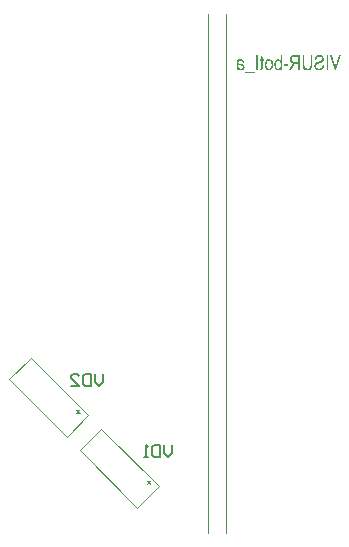
<source format=gbo>
G04*
G04 #@! TF.GenerationSoftware,Altium Limited,Altium Designer,20.1.8 (145)*
G04*
G04 Layer_Color=32896*
%FSTAX43Y43*%
%MOMM*%
G71*
G04*
G04 #@! TF.SameCoordinates,DCFB0F7C-07F7-4DEC-9F4C-8A45A990D123*
G04*
G04*
G04 #@! TF.FilePolarity,Positive*
G04*
G01*
G75*
%ADD26C,0.100*%
%ADD27C,0.200*%
G36*
X01005Y009222D02*
X0100382D01*
Y0092335D01*
X0100367Y0092311D01*
X0100352Y0092291D01*
X0100337Y0092272D01*
X0100322Y0092259D01*
X0100311Y0092248D01*
X0100302Y0092239D01*
X0100295Y0092235D01*
X0100293Y0092233D01*
X0100272Y0092222D01*
X0100252Y0092215D01*
X0100232Y0092207D01*
X0100213Y0092204D01*
X0100198Y0092202D01*
X0100185Y00922D01*
X0100174D01*
X010015Y0092202D01*
X0100128Y0092206D01*
X0100106Y0092211D01*
X0100083Y009222D01*
X0100045Y0092241D01*
X0100011Y0092263D01*
X0099983Y0092287D01*
X0099972Y0092296D01*
X0099963Y0092306D01*
X0099956Y0092315D01*
X009995Y009232D01*
X0099948Y0092324D01*
X0099946Y0092326D01*
X009993Y009235D01*
X0099913Y0092378D01*
X00999Y0092406D01*
X0099889Y0092435D01*
X0099872Y0092494D01*
X0099861Y0092554D01*
X0099856Y009258D01*
X0099854Y0092605D01*
X0099852Y0092628D01*
X009985Y0092646D01*
X0099848Y0092663D01*
Y0092674D01*
Y0092683D01*
Y0092685D01*
X009985Y0092741D01*
X0099856Y0092791D01*
X0099863Y0092833D01*
X009987Y0092872D01*
X0099874Y0092889D01*
X0099878Y0092902D01*
X0099882Y0092915D01*
X0099885Y0092926D01*
X0099889Y0092933D01*
X0099891Y0092939D01*
X0099893Y0092942D01*
Y0092944D01*
X0099909Y0092981D01*
X0099928Y0093015D01*
X0099948Y0093042D01*
X0099967Y0093065D01*
X0099982Y0093081D01*
X0099996Y0093094D01*
X0100004Y0093102D01*
X0100007Y0093104D01*
X0100035Y0093122D01*
X0100063Y0093135D01*
X0100089Y0093144D01*
X0100115Y009315D01*
X0100135Y0093155D01*
X0100152Y0093157D01*
X0100167D01*
X0100189Y0093155D01*
X0100211Y0093152D01*
X0100232Y0093148D01*
X0100248Y0093142D01*
X0100261Y0093135D01*
X0100272Y0093131D01*
X010028Y0093128D01*
X0100282Y0093126D01*
X01003Y0093113D01*
X0100317Y0093098D01*
X0100333Y0093083D01*
X0100346Y0093068D01*
X0100357Y0093054D01*
X0100365Y0093042D01*
X010037Y0093035D01*
X0100372Y0093033D01*
Y0093485D01*
X01005D01*
Y009222D01*
D02*
G37*
G36*
X0097012Y0093154D02*
X0097058Y0093146D01*
X0097099Y0093135D01*
X0097132Y0093124D01*
X0097158Y0093111D01*
X0097176Y00931D01*
X0097182Y0093094D01*
X0097187Y0093092D01*
X0097189Y0093089D01*
X0097191D01*
X0097206Y0093076D01*
X0097219Y0093061D01*
X0097243Y0093028D01*
X0097261Y0092992D01*
X0097274Y0092957D01*
X0097286Y0092926D01*
X0097289Y0092911D01*
X0097293Y00929D01*
X0097295Y0092891D01*
X0097297Y0092881D01*
X0097299Y0092878D01*
Y0092876D01*
X0097173Y0092854D01*
X0097163Y0092889D01*
X0097154Y0092918D01*
X0097143Y0092942D01*
X0097134Y0092961D01*
X0097124Y0092976D01*
X0097117Y0092985D01*
X0097112Y0092991D01*
X009711Y0092992D01*
X0097091Y0093005D01*
X0097071Y0093015D01*
X0097049Y009302D01*
X0097026Y0093026D01*
X0097006Y0093028D01*
X0096991Y009303D01*
X0096976D01*
X0096941Y0093028D01*
X0096912Y009302D01*
X0096887Y0093013D01*
X0096867Y0093002D01*
X0096852Y0092992D01*
X0096841Y0092983D01*
X0096834Y0092976D01*
X0096832Y0092974D01*
X0096821Y0092957D01*
X0096812Y0092937D01*
X0096806Y0092915D01*
X00968Y0092893D01*
X0096799Y0092872D01*
X0096797Y0092855D01*
Y0092844D01*
Y0092842D01*
Y0092841D01*
X0096799Y0092802D01*
X0096813Y0092796D01*
X0096828Y0092791D01*
X0096865Y009278D01*
X0096902Y009277D01*
X0096939Y0092761D01*
X0096973Y0092755D01*
X0096987Y0092752D01*
X0097Y009275D01*
X0097012Y0092748D01*
X0097019D01*
X0097024Y0092746D01*
X0097026D01*
X0097067Y0092739D01*
X0097102Y0092731D01*
X0097132Y0092722D01*
X0097158Y0092715D01*
X0097176Y0092707D01*
X0097189Y00927D01*
X0097199Y0092696D01*
X00972Y0092694D01*
X0097221Y0092681D01*
X0097237Y0092665D01*
X0097252Y009265D01*
X0097265Y0092635D01*
X0097276Y009262D01*
X0097284Y0092609D01*
X0097287Y0092602D01*
X0097289Y00926D01*
X00973Y0092576D01*
X0097308Y0092552D01*
X0097313Y0092528D01*
X0097317Y0092507D01*
X0097319Y0092487D01*
X0097321Y0092472D01*
Y0092463D01*
Y0092461D01*
Y0092459D01*
X0097317Y0092417D01*
X009731Y009238D01*
X0097299Y0092348D01*
X0097286Y009232D01*
X0097274Y0092298D01*
X0097263Y0092283D01*
X0097256Y0092274D01*
X0097252Y009227D01*
X0097224Y0092246D01*
X0097193Y009223D01*
X0097161Y0092217D01*
X0097132Y0092209D01*
X0097106Y0092204D01*
X0097084Y0092202D01*
X0097076Y00922D01*
X0097065D01*
X0097037Y0092202D01*
X0097012Y0092206D01*
X0096987Y0092211D01*
X0096965Y0092217D01*
X0096949Y0092222D01*
X0096934Y0092228D01*
X0096926Y0092231D01*
X0096923Y0092233D01*
X0096897Y0092248D01*
X0096873Y0092263D01*
X0096849Y009228D01*
X0096828Y0092296D01*
X0096812Y0092311D01*
X0096799Y0092322D01*
X0096791Y009233D01*
X0096787Y0092333D01*
X0096786Y0092309D01*
X0096782Y0092287D01*
X0096776Y0092268D01*
X0096773Y0092252D01*
X0096769Y0092239D01*
X0096765Y009223D01*
X0096762Y0092222D01*
Y009222D01*
X0096628D01*
X0096645Y0092259D01*
X009665Y0092278D01*
X0096654Y0092294D01*
X0096658Y0092307D01*
X009666Y0092318D01*
X0096662Y0092326D01*
Y0092328D01*
X0096663Y0092341D01*
Y0092356D01*
X0096665Y0092374D01*
Y0092394D01*
X0096667Y0092441D01*
Y0092487D01*
X0096669Y0092531D01*
Y0092552D01*
Y0092568D01*
Y0092583D01*
Y0092594D01*
Y0092602D01*
Y0092604D01*
Y0092811D01*
Y0092855D01*
X0096673Y0092894D01*
X0096675Y0092928D01*
X0096678Y0092954D01*
X0096682Y0092974D01*
X0096684Y0092991D01*
X0096687Y0092998D01*
Y0093002D01*
X0096697Y0093026D01*
X0096708Y0093048D01*
X0096723Y0093067D01*
X0096737Y0093083D01*
X009675Y0093096D01*
X0096762Y0093105D01*
X0096769Y0093111D01*
X0096773Y0093113D01*
X00968Y0093128D01*
X009683Y0093139D01*
X009686Y0093146D01*
X0096889Y0093152D01*
X0096917Y0093155D01*
X0096937Y0093157D01*
X0096958D01*
X0097012Y0093154D01*
D02*
G37*
G36*
X010103Y00926D02*
X0100639D01*
Y0092755D01*
X010103D01*
Y00926D01*
D02*
G37*
G36*
X0105098Y009222D02*
X0104955D01*
X010455Y0093485D01*
X0104688D01*
X010497Y0092565D01*
X0104981Y0092526D01*
X0104992Y0092489D01*
X0105001Y0092456D01*
X0105009Y0092424D01*
X0105016Y0092398D01*
X0105022Y0092378D01*
X0105024Y009237D01*
Y0092365D01*
X0105025Y0092361D01*
Y0092359D01*
X0105035Y0092396D01*
X0105044Y0092433D01*
X0105053Y0092468D01*
X0105061Y00925D01*
X0105068Y0092526D01*
X0105074Y0092546D01*
X0105075Y0092554D01*
X0105077Y0092559D01*
X0105079Y0092563D01*
Y0092565D01*
X010535Y0093485D01*
X01055D01*
X0105098Y009222D01*
D02*
G37*
G36*
X0103057Y0092754D02*
X0103055Y0092698D01*
X0103053Y0092646D01*
X0103048Y00926D01*
X0103042Y0092555D01*
X0103033Y0092517D01*
X0103026Y0092481D01*
X0103016Y009245D01*
X0103007Y0092422D01*
X0102998Y0092398D01*
X0102989Y0092378D01*
X0102979Y0092359D01*
X0102972Y0092346D01*
X0102966Y0092335D01*
X0102961Y0092328D01*
X0102959Y0092324D01*
X0102957Y0092322D01*
X0102937Y00923D01*
X0102915Y0092281D01*
X0102891Y0092265D01*
X0102866Y0092252D01*
X0102841Y0092239D01*
X0102815Y009223D01*
X0102765Y0092215D01*
X0102742Y0092211D01*
X010272Y0092207D01*
X01027Y0092204D01*
X0102683Y0092202D01*
X010267Y00922D01*
X010265D01*
X0102598Y0092204D01*
X0102552Y0092211D01*
X0102511Y009222D01*
X0102476Y0092233D01*
X0102448Y0092246D01*
X0102437Y0092252D01*
X0102428Y0092256D01*
X010242Y0092261D01*
X0102415Y0092263D01*
X0102413Y0092267D01*
X0102411D01*
X0102378Y0092294D01*
X0102352Y0092324D01*
X0102328Y0092356D01*
X0102311Y0092385D01*
X0102298Y0092411D01*
X0102289Y0092433D01*
X0102285Y0092441D01*
X0102283Y0092446D01*
X0102281Y009245D01*
Y0092452D01*
X0102268Y0092498D01*
X0102259Y009255D01*
X0102254Y00926D01*
X0102248Y0092648D01*
Y0092668D01*
X0102246Y0092689D01*
Y0092707D01*
X0102244Y0092724D01*
Y0092735D01*
Y0092746D01*
Y0092752D01*
Y0092754D01*
Y0093485D01*
X0102381D01*
Y0092755D01*
Y0092713D01*
X0102385Y0092674D01*
X0102387Y0092637D01*
X0102392Y0092604D01*
X0102396Y0092576D01*
X0102402Y0092548D01*
X0102409Y0092526D01*
X0102415Y0092506D01*
X010242Y0092487D01*
X0102428Y0092472D01*
X0102433Y0092459D01*
X0102437Y009245D01*
X0102442Y0092443D01*
X0102444Y0092437D01*
X0102448Y0092435D01*
Y0092433D01*
X0102461Y0092418D01*
X0102476Y0092407D01*
X0102509Y0092387D01*
X0102544Y0092372D01*
X0102578Y0092363D01*
X0102609Y0092356D01*
X0102624Y0092354D01*
X0102635D01*
X0102646Y0092352D01*
X0102659D01*
X0102691Y0092354D01*
X0102718Y0092357D01*
X0102744Y0092365D01*
X0102766Y0092372D01*
X0102783Y0092378D01*
X0102796Y0092385D01*
X0102803Y0092389D01*
X0102807Y0092391D01*
X0102828Y0092407D01*
X0102846Y0092426D01*
X0102861Y0092446D01*
X0102874Y0092465D01*
X0102883Y0092481D01*
X0102889Y0092494D01*
X0102892Y0092504D01*
X0102894Y0092507D01*
X0102898Y0092522D01*
X0102903Y0092541D01*
X0102909Y009258D01*
X0102915Y009262D01*
X0102916Y0092661D01*
X0102918Y0092698D01*
X010292Y0092713D01*
Y0092728D01*
Y0092739D01*
Y0092748D01*
Y0092754D01*
Y0092755D01*
Y0093485D01*
X0103057D01*
Y0092754D01*
D02*
G37*
G36*
X0098861Y0093365D02*
Y0093137D01*
X0098954D01*
Y0093017D01*
X0098861D01*
Y0092487D01*
Y0092463D01*
Y0092441D01*
X0098859Y0092418D01*
Y00924D01*
X0098858Y0092383D01*
X0098856Y0092368D01*
X0098854Y0092344D01*
X009885Y0092326D01*
X0098848Y0092313D01*
X0098846Y0092306D01*
Y0092304D01*
X0098839Y0092289D01*
X0098832Y0092274D01*
X0098822Y0092261D01*
X0098813Y0092252D01*
X0098806Y0092244D01*
X0098798Y0092239D01*
X0098795Y0092235D01*
X0098793Y0092233D01*
X0098776Y0092224D01*
X0098759Y0092218D01*
X0098741Y0092213D01*
X0098724Y0092211D01*
X0098709Y0092209D01*
X0098697Y0092207D01*
X0098685D01*
X0098654Y0092209D01*
X0098637Y0092211D01*
X0098622Y0092215D01*
X0098609Y0092217D01*
X00986Y0092218D01*
X0098593Y009222D01*
X0098591D01*
X0098608Y0092357D01*
X0098632Y0092354D01*
X009865Y0092352D01*
X0098665D01*
X009868Y0092354D01*
X0098693Y0092357D01*
X0098704Y0092361D01*
X0098711Y0092367D01*
X0098717Y0092372D01*
X0098721Y0092378D01*
X0098724Y009238D01*
Y0092381D01*
X0098728Y0092393D01*
X009873Y0092406D01*
X0098734Y0092422D01*
Y0092439D01*
X0098735Y0092454D01*
Y0092467D01*
Y0092474D01*
Y0092478D01*
Y0093017D01*
X0098608D01*
Y0093137D01*
X0098735D01*
Y0093457D01*
X0098861Y0093365D01*
D02*
G37*
G36*
X01044Y009222D02*
X0104263D01*
Y0093485D01*
X01044D01*
Y009222D01*
D02*
G37*
G36*
X0102011D02*
X0101874D01*
Y0092781D01*
X0101692D01*
X010167Y0092778D01*
X0101652Y0092776D01*
X0101637Y0092772D01*
X0101626Y0092768D01*
X0101617Y0092765D01*
X0101611Y0092763D01*
X0101609Y0092761D01*
X0101594Y0092752D01*
X010158Y0092743D01*
X0101555Y0092718D01*
X0101544Y0092707D01*
X0101537Y0092698D01*
X0101531Y0092691D01*
X010153Y0092689D01*
X0101522Y0092678D01*
X0101513Y0092665D01*
X0101494Y0092635D01*
X0101474Y00926D01*
X0101454Y0092567D01*
X0101437Y0092533D01*
X010143Y0092518D01*
X0101422Y0092507D01*
X0101417Y0092496D01*
X0101413Y0092489D01*
X0101409Y0092483D01*
Y0092481D01*
X010127Y009222D01*
X0101096D01*
X0101278Y0092563D01*
X0101296Y0092596D01*
X0101315Y0092626D01*
X0101333Y0092654D01*
X010135Y0092678D01*
X0101365Y0092696D01*
X0101376Y0092711D01*
X0101383Y009272D01*
X0101387Y0092724D01*
X01014Y0092737D01*
X0101413Y009275D01*
X0101441Y0092772D01*
X0101454Y0092781D01*
X0101463Y0092789D01*
X010147Y0092793D01*
X0101472Y0092794D01*
X0101422Y0092805D01*
X010138Y0092822D01*
X0101343Y0092841D01*
X0101311Y0092859D01*
X0101289Y0092878D01*
X010127Y0092893D01*
X0101261Y0092904D01*
X0101257Y0092905D01*
Y0092907D01*
X0101231Y0092942D01*
X0101213Y0092981D01*
X01012Y009302D01*
X0101191Y0093057D01*
X0101185Y0093089D01*
X0101183Y0093104D01*
Y0093115D01*
X0101181Y0093126D01*
Y0093133D01*
Y0093137D01*
Y0093139D01*
X0101183Y0093178D01*
X0101189Y0093215D01*
X0101196Y0093248D01*
X0101204Y0093276D01*
X0101211Y0093298D01*
X0101218Y0093315D01*
X0101224Y0093326D01*
X0101226Y0093329D01*
X0101243Y0093359D01*
X0101263Y0093383D01*
X0101281Y0093404D01*
X0101298Y009342D01*
X0101315Y0093433D01*
X0101328Y0093441D01*
X0101335Y0093446D01*
X0101339Y0093448D01*
X0101368Y0093461D01*
X0101402Y009347D01*
X0101437Y0093476D01*
X010147Y0093481D01*
X0101502Y0093483D01*
X0101517D01*
X0101528Y0093485D01*
X0102011D01*
Y009222D01*
D02*
G37*
G36*
X0098441D02*
X0098304D01*
Y0093485D01*
X0098441D01*
Y009222D01*
D02*
G37*
G36*
X0103696Y0093505D02*
X0103724Y0093504D01*
X0103777Y0093492D01*
X0103802Y0093485D01*
X0103824Y0093476D01*
X0103844Y0093467D01*
X0103863Y0093459D01*
X0103877Y009345D01*
X0103892Y0093441D01*
X0103905Y0093431D01*
X0103914Y0093424D01*
X0103922Y0093418D01*
X0103927Y0093413D01*
X0103931Y0093411D01*
X0103933Y0093409D01*
X010395Y0093391D01*
X0103964Y009337D01*
X0103979Y009335D01*
X010399Y0093329D01*
X0104007Y0093287D01*
X0104018Y0093248D01*
X0104026Y0093213D01*
X0104027Y0093198D01*
X0104029Y0093185D01*
X0104031Y0093174D01*
Y0093167D01*
Y0093161D01*
Y0093159D01*
X0104029Y0093128D01*
X0104026Y0093098D01*
X010402Y0093072D01*
X0104014Y0093048D01*
X0104009Y009303D01*
X0104003Y0093017D01*
X0104Y0093007D01*
X0103998Y0093004D01*
X0103983Y009298D01*
X0103968Y0092957D01*
X0103952Y0092939D01*
X0103937Y0092924D01*
X0103922Y0092911D01*
X0103911Y00929D01*
X0103903Y0092894D01*
X0103902Y0092893D01*
X0103889Y0092885D01*
X0103874Y0092876D01*
X0103842Y0092861D01*
X0103807Y0092846D01*
X0103774Y0092833D01*
X0103742Y0092822D01*
X0103727Y0092817D01*
X0103716Y0092813D01*
X0103705Y0092809D01*
X0103698Y0092807D01*
X0103694Y0092805D01*
X0103692D01*
X0103663Y0092796D01*
X0103635Y0092789D01*
X0103611Y0092781D01*
X0103589Y0092774D01*
X010357Y0092767D01*
X0103552Y0092761D01*
X0103537Y0092755D01*
X0103524Y009275D01*
X0103511Y0092744D01*
X0103502Y0092741D01*
X0103489Y0092735D01*
X0103479Y0092731D01*
X0103478Y009273D01*
X0103459Y0092718D01*
X0103444Y0092707D01*
X0103431Y0092696D01*
X0103422Y0092685D01*
X0103415Y0092676D01*
X0103407Y0092668D01*
X0103405Y0092663D01*
X0103403Y0092661D01*
X0103394Y0092644D01*
X0103389Y009263D01*
X0103383Y0092613D01*
X0103381Y0092598D01*
X0103379Y0092585D01*
X0103378Y0092574D01*
Y0092567D01*
Y0092565D01*
X0103381Y0092531D01*
X0103389Y0092502D01*
X01034Y0092474D01*
X0103411Y0092452D01*
X0103424Y0092435D01*
X0103435Y0092422D01*
X0103442Y0092415D01*
X0103446Y0092411D01*
X0103474Y0092391D01*
X0103505Y0092378D01*
X0103537Y0092367D01*
X0103566Y0092359D01*
X0103594Y0092356D01*
X0103616Y0092354D01*
X0103626Y0092352D01*
X0103637D01*
X0103668Y0092354D01*
X0103696Y0092357D01*
X0103722Y0092363D01*
X0103746Y009237D01*
X0103765Y0092376D01*
X0103777Y0092381D01*
X0103787Y0092385D01*
X010379Y0092387D01*
X0103815Y0092402D01*
X0103835Y0092417D01*
X0103853Y0092431D01*
X0103868Y0092446D01*
X0103881Y0092459D01*
X0103889Y009247D01*
X0103894Y0092478D01*
X0103896Y009248D01*
X0103909Y0092504D01*
X0103918Y009253D01*
X0103927Y0092555D01*
X0103933Y0092583D01*
X0103937Y0092605D01*
X010394Y0092626D01*
Y0092633D01*
X0103942Y0092639D01*
Y0092641D01*
Y0092643D01*
X010407Y009263D01*
X0104068Y0092593D01*
X0104064Y0092559D01*
X0104057Y0092528D01*
X010405Y0092496D01*
X010404Y0092468D01*
X0104031Y0092443D01*
X0104022Y0092418D01*
X0104011Y0092398D01*
X0104Y009238D01*
X0103989Y0092363D01*
X0103979Y0092348D01*
X0103972Y0092337D01*
X0103964Y0092328D01*
X0103959Y009232D01*
X0103955Y0092317D01*
X0103953Y0092315D01*
X0103931Y0092294D01*
X0103907Y0092278D01*
X0103883Y0092261D01*
X0103857Y0092248D01*
X0103831Y0092237D01*
X0103805Y0092228D01*
X0103757Y0092215D01*
X0103733Y0092209D01*
X0103713Y0092206D01*
X0103694Y0092204D01*
X0103677Y0092202D01*
X0103665Y00922D01*
X0103646D01*
X0103602Y0092202D01*
X0103561Y0092207D01*
X0103524Y0092215D01*
X0103494Y0092224D01*
X0103468Y0092231D01*
X010345Y0092239D01*
X0103444Y0092243D01*
X0103439Y0092244D01*
X0103437Y0092246D01*
X0103435D01*
X0103403Y0092265D01*
X0103376Y0092287D01*
X0103352Y0092309D01*
X0103331Y0092331D01*
X0103316Y0092352D01*
X0103305Y0092367D01*
X0103298Y0092378D01*
X0103296Y009238D01*
Y0092381D01*
X0103279Y0092415D01*
X0103266Y009245D01*
X0103257Y0092483D01*
X010325Y0092515D01*
X0103246Y0092541D01*
X0103244Y0092561D01*
Y0092568D01*
Y0092574D01*
Y0092578D01*
Y009258D01*
X0103246Y0092618D01*
X0103252Y0092655D01*
X0103261Y0092687D01*
X0103268Y0092715D01*
X0103278Y0092737D01*
X0103287Y0092754D01*
X0103292Y0092763D01*
X0103294Y0092767D01*
X0103315Y0092794D01*
X0103337Y009282D01*
X0103361Y0092842D01*
X0103383Y0092861D01*
X0103403Y0092876D01*
X0103422Y0092885D01*
X0103433Y0092893D01*
X0103435Y0092894D01*
X0103437D01*
X010345Y00929D01*
X0103465Y0092907D01*
X0103498Y0092918D01*
X0103533Y0092931D01*
X0103568Y0092942D01*
X0103602Y0092954D01*
X0103616Y0092957D01*
X0103627Y0092961D01*
X0103639Y0092965D01*
X0103646Y0092967D01*
X0103652Y0092968D01*
X0103653D01*
X0103681Y0092976D01*
X0103707Y0092985D01*
X0103731Y0092992D01*
X0103752Y0093D01*
X010377Y0093007D01*
X0103787Y0093015D01*
X0103802Y009302D01*
X0103813Y0093028D01*
X0103833Y0093039D01*
X0103846Y0093046D01*
X0103853Y0093052D01*
X0103855Y0093054D01*
X010387Y009307D01*
X0103881Y0093091D01*
X0103889Y0093109D01*
X0103894Y009313D01*
X0103898Y0093146D01*
X01039Y0093159D01*
Y0093168D01*
Y0093172D01*
X0103898Y0093202D01*
X010389Y0093228D01*
X0103881Y009325D01*
X0103868Y009327D01*
X0103857Y0093285D01*
X0103848Y0093296D01*
X010384Y0093304D01*
X0103839Y0093305D01*
X0103813Y0093324D01*
X0103785Y0093337D01*
X0103755Y0093346D01*
X0103727Y0093352D01*
X0103702Y0093357D01*
X0103679Y0093359D01*
X0103661D01*
X010362Y0093357D01*
X0103585Y009335D01*
X0103553Y0093341D01*
X0103529Y0093329D01*
X0103509Y0093317D01*
X0103494Y0093307D01*
X0103487Y00933D01*
X0103483Y0093298D01*
X0103461Y0093274D01*
X0103444Y0093244D01*
X0103431Y0093215D01*
X010342Y0093185D01*
X0103415Y0093159D01*
X0103409Y0093137D01*
Y0093128D01*
X0103407Y0093122D01*
Y0093118D01*
Y0093117D01*
X0103276Y009313D01*
X0103279Y009317D01*
X0103285Y0093209D01*
X0103294Y0093242D01*
X0103303Y0093272D01*
X0103313Y0093296D01*
X010332Y0093315D01*
X0103326Y0093326D01*
X0103328Y0093328D01*
Y0093329D01*
X0103348Y0093359D01*
X0103368Y0093387D01*
X010339Y0093409D01*
X0103413Y0093428D01*
X0103433Y0093442D01*
X0103448Y0093452D01*
X0103459Y0093459D01*
X0103461Y0093461D01*
X0103463D01*
X0103496Y0093476D01*
X0103531Y0093487D01*
X0103565Y0093496D01*
X0103596Y0093502D01*
X0103624Y0093505D01*
X0103635D01*
X0103646Y0093507D01*
X0103665D01*
X0103696Y0093505D01*
D02*
G37*
G36*
X0099419Y0093155D02*
X0099446Y0093152D01*
X0099471Y0093146D01*
X0099495Y0093139D01*
X0099539Y0093118D01*
X0099576Y0093096D01*
X0099591Y0093085D01*
X0099606Y0093074D01*
X0099617Y0093063D01*
X0099626Y0093054D01*
X0099633Y0093046D01*
X0099639Y0093041D01*
X0099643Y0093037D01*
X0099645Y0093035D01*
X0099661Y0093011D01*
X0099676Y0092985D01*
X0099691Y0092957D01*
X0099702Y0092928D01*
X0099719Y0092868D01*
X009973Y0092811D01*
X0099735Y0092785D01*
X0099737Y0092759D01*
X0099739Y0092737D01*
X0099741Y0092717D01*
X0099743Y00927D01*
Y0092689D01*
Y009268D01*
Y0092678D01*
X0099741Y0092635D01*
X0099739Y0092594D01*
X0099733Y0092557D01*
X0099728Y0092522D01*
X0099719Y0092491D01*
X0099711Y0092461D01*
X0099702Y0092433D01*
X0099693Y0092411D01*
X0099683Y0092389D01*
X0099674Y009237D01*
X0099665Y0092356D01*
X0099658Y0092343D01*
X0099652Y0092333D01*
X0099646Y0092326D01*
X0099645Y0092322D01*
X0099643Y009232D01*
X0099624Y00923D01*
X0099604Y0092281D01*
X0099582Y0092265D01*
X0099561Y009225D01*
X0099539Y0092239D01*
X0099519Y009223D01*
X009948Y0092215D01*
X0099445Y0092206D01*
X009943Y0092204D01*
X0099417Y0092202D01*
X0099406Y00922D01*
X0099391D01*
X0099363Y0092202D01*
X0099337Y0092206D01*
X0099311Y0092211D01*
X0099287Y0092218D01*
X0099245Y0092239D01*
X0099208Y0092261D01*
X0099193Y0092272D01*
X0099178Y0092281D01*
X0099167Y0092293D01*
X0099158Y0092302D01*
X0099148Y0092309D01*
X0099143Y0092315D01*
X0099141Y0092318D01*
X0099139Y009232D01*
X0099121Y0092344D01*
X0099106Y009237D01*
X0099093Y0092398D01*
X0099082Y0092428D01*
X0099063Y0092489D01*
X0099052Y0092548D01*
X0099046Y0092576D01*
X0099045Y0092604D01*
X0099043Y0092626D01*
X0099041Y0092646D01*
X0099039Y0092663D01*
Y0092676D01*
Y0092685D01*
Y0092687D01*
X0099041Y0092728D01*
X0099043Y0092767D01*
X0099048Y0092804D01*
X0099056Y0092837D01*
X0099063Y0092868D01*
X0099071Y0092898D01*
X009908Y0092924D01*
X0099089Y0092946D01*
X00991Y0092967D01*
X0099109Y0092985D01*
X0099117Y0093D01*
X0099124Y0093013D01*
X0099132Y0093022D01*
X0099137Y009303D01*
X0099139Y0093033D01*
X0099141Y0093035D01*
X0099159Y0093057D01*
X009918Y0093076D01*
X00992Y0093092D01*
X0099222Y0093105D01*
X0099243Y0093118D01*
X0099263Y0093128D01*
X0099304Y0093142D01*
X0099337Y0093152D01*
X0099354Y0093154D01*
X0099365Y0093155D01*
X0099376Y0093157D01*
X0099391D01*
X0099419Y0093155D01*
D02*
G37*
G36*
X0098187Y0092D02*
X0097363D01*
Y0092089D01*
X0098187D01*
Y0092D01*
D02*
G37*
G36*
X0083238Y0063388D02*
X0083355Y0063505D01*
X0083434Y0063426D01*
X0083317Y0063308D01*
X0083435Y006319D01*
X0083354Y0063109D01*
X0083236Y0063227D01*
X0083119Y006311D01*
X008304Y0063189D01*
X0083157Y0063307D01*
X0083038Y0063426D01*
X0083119Y0063507D01*
X0083238Y0063388D01*
D02*
G37*
G36*
X0089238Y0057388D02*
X0089355Y0057505D01*
X0089434Y0057426D01*
X0089317Y0057308D01*
X0089435Y005719D01*
X0089354Y0057109D01*
X0089236Y0057227D01*
X0089119Y005711D01*
X008904Y0057189D01*
X0089157Y0057307D01*
X0089038Y0057426D01*
X0089119Y0057507D01*
X0089238Y0057388D01*
D02*
G37*
%LPC*%
G36*
X0100185Y009303D02*
X0100167D01*
X010015Y0093026D01*
X0100122Y0093017D01*
X0100098Y0093002D01*
X0100078Y0092987D01*
X0100061Y0092972D01*
X0100048Y0092957D01*
X0100039Y0092948D01*
X0100037Y0092946D01*
Y0092944D01*
X0100026Y0092928D01*
X0100017Y0092909D01*
X0100002Y0092867D01*
X0099993Y0092824D01*
X0099985Y009278D01*
X0099982Y0092741D01*
X009998Y0092724D01*
X0099978Y0092709D01*
Y0092696D01*
Y0092687D01*
Y0092681D01*
Y009268D01*
Y0092648D01*
X009998Y0092618D01*
X0099983Y0092591D01*
X0099987Y0092565D01*
X0099993Y0092541D01*
X0099996Y0092518D01*
X0100002Y0092498D01*
X0100007Y0092481D01*
X0100015Y0092467D01*
X010002Y0092452D01*
X0100024Y0092441D01*
X010003Y0092431D01*
X0100033Y0092424D01*
X0100037Y0092418D01*
X0100039Y0092417D01*
Y0092415D01*
X010005Y00924D01*
X0100063Y0092387D01*
X0100087Y0092365D01*
X0100111Y009235D01*
X0100132Y0092339D01*
X0100152Y0092333D01*
X0100167Y009233D01*
X0100176Y0092328D01*
X010018D01*
X01002Y009233D01*
X010022Y0092333D01*
X0100239Y0092339D01*
X0100254Y0092346D01*
X0100267Y0092354D01*
X0100276Y0092359D01*
X0100283Y0092363D01*
X0100285Y0092365D01*
X0100302Y009238D01*
X0100317Y0092398D01*
X0100328Y0092415D01*
X0100339Y0092433D01*
X0100346Y0092448D01*
X0100352Y0092461D01*
X0100356Y0092468D01*
X0100357Y0092472D01*
X0100367Y0092502D01*
X0100372Y0092535D01*
X0100378Y009257D01*
X010038Y0092605D01*
X0100382Y0092637D01*
X0100383Y009265D01*
Y0092661D01*
Y0092672D01*
Y009268D01*
Y0092683D01*
Y0092685D01*
Y0092715D01*
X0100382Y0092744D01*
X0100378Y009277D01*
X0100374Y0092796D01*
X0100369Y0092818D01*
X0100365Y0092839D01*
X0100359Y0092859D01*
X0100352Y0092876D01*
X0100346Y0092891D01*
X0100341Y0092904D01*
X0100337Y0092915D01*
X0100332Y0092924D01*
X0100328Y0092931D01*
X0100324Y0092937D01*
X0100322Y0092939D01*
Y0092941D01*
X0100311Y0092955D01*
X0100298Y009297D01*
X0100274Y0092992D01*
X010025Y0093007D01*
X010023Y0093018D01*
X0100209Y0093026D01*
X0100195Y0093028D01*
X0100185Y009303D01*
D02*
G37*
G36*
X0096799Y009268D02*
Y0092622D01*
X00968Y0092583D01*
X0096802Y0092548D01*
X0096808Y0092518D01*
X0096812Y0092494D01*
X0096817Y0092474D01*
X0096823Y0092461D01*
X0096824Y0092454D01*
X0096826Y009245D01*
X0096837Y009243D01*
X009685Y0092411D01*
X0096865Y0092396D01*
X0096878Y0092381D01*
X0096891Y0092372D01*
X00969Y0092363D01*
X0096908Y0092359D01*
X009691Y0092357D01*
X009693Y0092346D01*
X0096952Y0092337D01*
X0096973Y0092331D01*
X0096993Y0092326D01*
X009701Y0092324D01*
X0097023Y0092322D01*
X0097034D01*
X009706Y0092324D01*
X0097082Y0092328D01*
X00971Y0092335D01*
X0097117Y0092343D01*
X009713Y0092348D01*
X0097139Y0092356D01*
X0097145Y0092359D01*
X0097147Y0092361D01*
X009716Y0092376D01*
X0097169Y0092394D01*
X0097176Y0092411D01*
X009718Y0092428D01*
X0097184Y0092443D01*
X0097186Y0092454D01*
Y0092461D01*
Y0092465D01*
X0097184Y0092493D01*
X009718Y0092506D01*
X0097176Y0092517D01*
X0097174Y0092524D01*
X0097171Y0092531D01*
X0097169Y0092535D01*
Y0092537D01*
X0097154Y0092559D01*
X0097137Y0092574D01*
X009713Y009258D01*
X0097124Y0092583D01*
X0097121Y0092587D01*
X0097119D01*
X0097104Y0092594D01*
X0097087Y00926D01*
X009705Y0092611D01*
X0097034Y0092615D01*
X0097019Y0092618D01*
X009701Y009262D01*
X0097006D01*
X0096958Y009263D01*
X0096915Y0092641D01*
X009688Y009265D01*
X009685Y0092659D01*
X0096828Y0092667D01*
X0096812Y0092674D01*
X0096802Y0092678D01*
X0096799Y009268D01*
D02*
G37*
G36*
X0101874Y0093346D02*
X0101546D01*
X0101507Y0093344D01*
X0101474Y0093337D01*
X0101444Y0093329D01*
X010142Y0093318D01*
X0101404Y0093309D01*
X0101391Y00933D01*
X0101381Y0093292D01*
X010138Y0093291D01*
X0101361Y0093268D01*
X0101346Y0093244D01*
X0101337Y0093218D01*
X010133Y0093194D01*
X0101326Y0093172D01*
X0101322Y0093155D01*
Y0093148D01*
Y0093142D01*
Y0093141D01*
Y0093139D01*
X0101324Y0093115D01*
X0101326Y0093092D01*
X0101331Y0093072D01*
X0101337Y0093055D01*
X0101343Y0093041D01*
X0101346Y0093031D01*
X010135Y0093024D01*
X0101352Y0093022D01*
X0101363Y0093005D01*
X0101376Y0092989D01*
X0101391Y0092978D01*
X0101402Y0092967D01*
X0101415Y0092959D01*
X0101422Y0092952D01*
X010143Y009295D01*
X0101431Y0092948D01*
X0101452Y0092941D01*
X0101476Y0092935D01*
X01015Y0092931D01*
X0101524Y009293D01*
X0101546Y0092928D01*
X0101563Y0092926D01*
X0101874D01*
Y0093346D01*
D02*
G37*
G36*
X0099398Y009303D02*
X0099378D01*
X0099361Y0093026D01*
X009933Y0093017D01*
X0099302Y0093002D01*
X009928Y0092987D01*
X0099261Y009297D01*
X0099246Y0092955D01*
X0099239Y0092946D01*
X0099235Y0092944D01*
Y0092942D01*
X0099224Y0092926D01*
X0099213Y0092905D01*
X0099196Y0092865D01*
X0099185Y009282D01*
X0099176Y0092778D01*
X0099172Y0092739D01*
X0099171Y0092722D01*
Y0092707D01*
X0099169Y0092694D01*
Y0092685D01*
Y009268D01*
Y0092678D01*
Y0092646D01*
X0099171Y0092617D01*
X0099174Y0092589D01*
X0099178Y0092563D01*
X0099184Y0092539D01*
X0099189Y0092517D01*
X0099195Y0092498D01*
X00992Y009248D01*
X0099208Y0092465D01*
X0099213Y0092452D01*
X0099219Y0092441D01*
X0099222Y0092431D01*
X0099228Y0092424D01*
X009923Y0092418D01*
X0099233Y0092417D01*
Y0092415D01*
X0099246Y00924D01*
X0099259Y0092387D01*
X0099285Y0092365D01*
X0099311Y009235D01*
X0099335Y0092339D01*
X0099358Y0092333D01*
X0099374Y009233D01*
X0099385Y0092328D01*
X0099389D01*
X0099406Y009233D01*
X0099422Y0092331D01*
X0099454Y0092341D01*
X0099482Y0092356D01*
X0099504Y009237D01*
X0099522Y0092385D01*
X0099537Y00924D01*
X0099545Y0092409D01*
X0099548Y0092413D01*
X0099559Y009243D01*
X0099571Y009245D01*
X0099585Y0092491D01*
X0099596Y0092535D01*
X0099606Y0092578D01*
X0099609Y0092617D01*
X0099611Y0092633D01*
Y0092648D01*
X0099613Y0092661D01*
Y009267D01*
Y0092676D01*
Y0092678D01*
Y0092709D01*
X0099611Y0092739D01*
X0099608Y0092767D01*
X0099604Y0092793D01*
X0099598Y0092817D01*
X0099593Y0092839D01*
X0099587Y0092857D01*
X0099582Y0092876D01*
X0099576Y0092891D01*
X0099571Y0092904D01*
X0099565Y0092915D01*
X0099559Y0092924D01*
X0099556Y0092931D01*
X0099552Y0092937D01*
X009955Y0092939D01*
Y0092941D01*
X0099537Y0092955D01*
X0099524Y009297D01*
X0099498Y0092992D01*
X0099472Y0093007D01*
X0099448Y0093018D01*
X0099426Y0093026D01*
X0099409Y0093028D01*
X0099398Y009303D01*
D02*
G37*
%LPD*%
D26*
X0082253Y0061159D02*
X0084091Y0062997D01*
X0077374Y0066038D02*
X0082253Y0061159D01*
X0077374Y0066038D02*
X0079212Y0067876D01*
X0084091Y0062997D01*
X0088253Y0055159D02*
X0090091Y0056997D01*
X0083374Y0060038D02*
X0088253Y0055159D01*
X0083374Y0060038D02*
X0085212Y0061876D01*
X0090091Y0056997D01*
X009425Y0053D02*
Y0097D01*
X009575Y0053D02*
Y0097D01*
D27*
X0085333Y00665D02*
Y0065833D01*
X0085Y00655D01*
X0084666Y0065833D01*
Y00665D01*
X0084333D02*
Y00655D01*
X0083833D01*
X0083667Y0065667D01*
Y0066333D01*
X0083833Y00665D01*
X0084333D01*
X0082667Y00655D02*
X0083334D01*
X0082667Y0066167D01*
Y0066333D01*
X0082834Y00665D01*
X0083167D01*
X0083334Y0066333D01*
X0091166Y00605D02*
Y0059833D01*
X0090833Y00595D01*
X00905Y0059833D01*
Y00605D01*
X0090167D02*
Y00595D01*
X0089667D01*
X00895Y0059667D01*
Y0060333D01*
X0089667Y00605D01*
X0090167D01*
X0089167Y00595D02*
X0088834D01*
X0089D01*
Y00605D01*
X0089167Y0060333D01*
M02*

</source>
